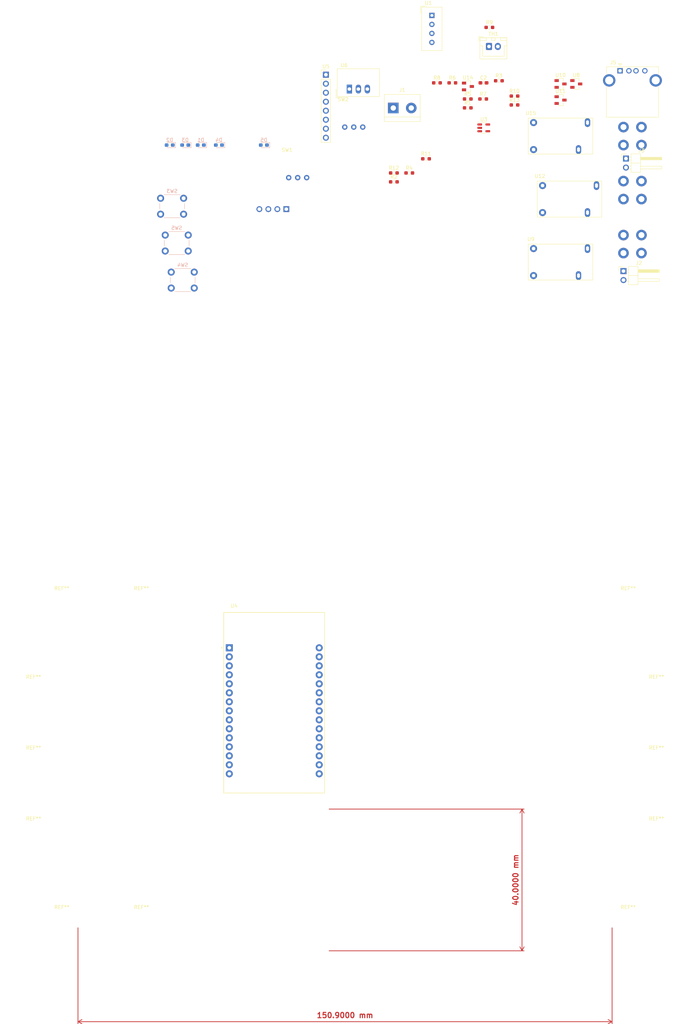
<source format=kicad_pcb>
(kicad_pcb (version 20211014) (generator pcbnew)
  (layers (0 "F.Cu" signal) (31 "B.Cu" signal) (34 "B.Paste" user) (35 "F.Paste" user) (36 "B.SilkS" user "B.Silkscreen") (37 "F.SilkS" user "F.Silkscreen") (38 "B.Mask" user) (39 "F.Mask" user) (44 "Edge.Cuts" user))
  (net 0 "")
  (net 1 "GND")
  (net 2 "+3.3V")
  (net 3 "Net-(D1-Pad2)")
  (net 4 "Net-(D2-Pad2)")
  (net 5 "Net-(D3-Pad2)")
  (net 6 "Net-(D4-Pad2)")
  (net 7 "Net-(D5-Pad2)")
  (net 8 "+12V")
  (net 9 "Net-(J2-Pad1)")
  (net 10 "Net-(J3-Pad2)")
  (net 11 "Net-(J4-Pad1)")
  (net 12 "+5V")
  (net 15 "Net-(J5-Pad4)")
  (net 17 "Net-(J6-Pad1)")
  (net 18 "Net-(J7-Pad1)")
  (net 19 "Net-(J8-Pad1)")
  (net 20 "Net-(J9-Pad1)")
  (net 21 "Net-(J10-Pad1)")
  (net 22 "SCL")
  (net 23 "SDA")
  (net 24 "Net-(R3-Pad1)")
  (net 25 "Net-(R4-Pad2)")
  (net 26 "FAN")
  (net 27 "LIGHT")
  (net 28 "HUMIDIFIER")
  (net 29 "HEAT")
  (net 30 "Net-(SW1-Pad2)")
  (net 31 "Net-(SW1-Pad3)")
  (net 32 "Net-(SW2-Pad2)")
  (net 33 "Net-(SW2-Pad3)")
  (net 34 "BTN1")
  (net 35 "BTN2")
  (net 36 "BTN3")
  (net 37 "DHT")
  (net 67 "Net-(U11-Pad3)")
  (footprint "Package_TO_SOT_SMD:SOT-23-5" (layer "F.Cu") (at 149.2 -77.255)
    (fp_text reference "U3" (at 0 -2.4) (layer "F.SilkS"))
    (fp_text value "MCP3221")
    (fp_line (start 0 1.56) (end 0.8 1.56) (layer "F.SilkS") (width 0.12))
    (fp_line (start 0 -1.56) (end 0.8 -1.56) (layer "F.SilkS") (width 0.12))
    (fp_line (start 0 1.56) (end -0.8 1.56) (layer "F.SilkS") (width 0.12))
    (fp_line (start 0 -1.56) (end -1.8 -1.56) (layer "F.SilkS") (width 0.12))
    (pad "1" smd roundrect (at -1.1375 -0.95) (size 1.325 0.6) (layers "F.Cu" "F.Paste" "F.Mask") (net 2 "+3.3V"))
    (pad "2" smd roundrect (at -1.1375 0) (size 1.325 0.6) (layers "F.Cu" "F.Paste" "F.Mask") (net 1 "GND"))
    (pad "3" smd roundrect (at -1.1375 0.95) (size 1.325 0.6) (layers "F.Cu" "F.Paste" "F.Mask") (net 24 "Net-(R3-Pad1)"))
    (pad "4" smd roundrect (at 1.1375 0.95) (size 1.325 0.6) (layers "F.Cu" "F.Paste" "F.Mask") (net 23 "SDA"))
    (pad "5" smd roundrect (at 1.1375 -0.95) (size 1.325 0.6) (layers "F.Cu" "F.Paste" "F.Mask") (net 22 "SCL"))
  )
  (footprint "Resistor_SMD:R_0603_1608Metric_Pad0.98x0.95mm_HandSolder" (layer "F.Cu") (at 153.47 -90.545)
    (fp_text reference "R3" (at 0 -1.43) (layer "F.SilkS"))
    (fp_text value "10k")
    (fp_line (start -0.254724 0.5225) (end 0.254724 0.5225) (layer "F.SilkS") (width 0.12))
    (fp_line (start -0.254724 -0.5225) (end 0.254724 -0.5225) (layer "F.SilkS") (width 0.12))
    (pad "1" smd roundrect (at -0.9125 0) (size 0.975 0.95) (layers "F.Cu" "F.Paste" "F.Mask") (net 24 "Net-(R3-Pad1)"))
    (pad "2" smd roundrect (at 0.9125 0) (size 0.975 0.95) (layers "F.Cu" "F.Paste" "F.Mask") (net 1 "GND"))
  )
  (footprint "myFootprints:SOT-23" (layer "F.Cu") (at 170.885 -85.095)
    (fp_text reference "U11" (at 0 -2.5) (layer "F.SilkS"))
    (fp_text value "IRLML6344")
    (fp_line (start 0.76 -1.58) (end 0.76 -0.65) (layer "F.SilkS") (width 0.12))
    (fp_line (start 0.76 1.58) (end 0.76 0.65) (layer "F.SilkS") (width 0.12))
    (fp_line (start 0.76 -1.58) (end -1.4 -1.58) (layer "F.SilkS") (width 0.12))
    (fp_line (start 0.76 1.58) (end -0.7 1.58) (layer "F.SilkS") (width 0.12))
    (pad "1" smd rect (at -1.1 -0.95) (size 1.2 0.8) (layers "F.Cu" "F.Paste" "F.Mask") (net 29 "HEAT"))
    (pad "2" smd rect (at -1.1 0.95) (size 1.2 0.8) (layers "F.Cu" "F.Paste" "F.Mask") (net 1 "GND"))
    (pad "3" smd rect (at 1.1 0) (size 1.2 0.8) (layers "F.Cu" "F.Paste" "F.Mask") (net 67 "Net-(U11-Pad3)"))
  )
  (footprint "myFootprints:SOT-23" (layer "F.Cu") (at 144.72 -88.935)
    (fp_text reference "U14" (at 0 -2.5) (layer "F.SilkS"))
    (fp_text value "IRLML6344")
    (fp_line (start 0.76 -1.58) (end 0.76 -0.65) (layer "F.SilkS") (width 0.12))
    (fp_line (start 0.76 -1.58) (end -1.4 -1.58) (layer "F.SilkS") (width 0.12))
    (fp_line (start 0.76 1.58) (end 0.76 0.65) (layer "F.SilkS") (width 0.12))
    (fp_line (start 0.76 1.58) (end -0.7 1.58) (layer "F.SilkS") (width 0.12))
    (pad "1" smd rect (at -1.1 -0.95) (size 1.2 0.8) (layers "F.Cu" "F.Paste" "F.Mask") (net 28 "HUMIDIFIER"))
    (pad "2" smd rect (at -1.1 0.95) (size 1.2 0.8) (layers "F.Cu" "F.Paste" "F.Mask") (net 1 "GND"))
    (pad "3" smd rect (at 1.1 0) (size 1.2 0.8) (layers "F.Cu" "F.Paste" "F.Mask") (net 32 "Net-(SW2-Pad2)"))
  )
  (footprint "MountingHole:MountingHole_4.3mm_M4" (layer "F.Cu") (at 22 123)
    (fp_text reference "REF**" (at 0 -5.3) (layer "F.SilkS"))
    (fp_text value "MountingHole_4.3mm_M4")
    (pad "" np_thru_hole circle (at 0 0) (size 4.3 4.3) (drill 4.3) (layers F&B.Cu *.Mask))
  )
  (footprint "MountingHole:MountingHole_4.3mm_M4" (layer "F.Cu") (at 30 58)
    (fp_text reference "REF**" (at 0 -5.3) (layer "F.SilkS"))
    (fp_text value "MountingHole_4.3mm_M4")
    (pad "" np_thru_hole circle (at 0 0) (size 4.3 4.3) (drill 4.3) (layers F&B.Cu *.Mask))
  )
  (footprint "myFootprints:cosse" (layer "F.Cu") (at 191.205 -57.155)
    (fp_text reference "J8" hide)
    (fp_text value "Conn_01x01")
    (pad "1" thru_hole circle (at -2.54 0) (size 3 3) (drill 1.7) (layers *.Cu *.Mask) (net 19 "Net-(J8-Pad1)"))
    (pad "1" thru_hole circle (at 2.54 0) (size 3 3) (drill 1.7) (layers *.Cu *.Mask) (net 19 "Net-(J8-Pad1)"))
  )
  (footprint "myFootprints:relay OJE 112HMFF000" (layer "F.Cu") (at 170.885 -39.375)
    (fp_text reference "U9" (at -8.38 -6.47 unlocked) (layer "F.SilkS"))
    (fp_text value "Relay_fan")
    (fp_rect (start -9.12 -5.08) (end 9.12 5.08) (layer "F.SilkS") (width 0.12) (fill none))
    (pad "1" thru_hole circle (at -7.62 -3.81) (size 2 2) (drill 1) (layers *.Cu *.Mask) (net 8 "+12V"))
    (pad "2" thru_hole circle (at -7.62 3.81) (size 2 2) (drill 1) (layers *.Cu *.Mask) (net 31 "Net-(SW1-Pad3)"))
    (pad "3" thru_hole oval (at 7.62 -3.81) (size 1.524 2.5) (drill oval 0.8 1.3) (layers *.Cu *.Mask) (net 11 "Net-(J4-Pad1)"))
    (pad "4" thru_hole oval (at 5.08 3.81) (size 1.524 2.5) (drill oval 0.8 1.3) (layers *.Cu *.Mask) (net 17 "Net-(J6-Pad1)"))
  )
  (footprint "myFootprints:cosse" (layer "F.Cu") (at 191.205 -41.915)
    (fp_text reference "J6" hide)
    (fp_text value "Conn_01x01")
    (pad "1" thru_hole circle (at 2.54 0) (size 3 3) (drill 1.7) (layers *.Cu *.Mask) (net 17 "Net-(J6-Pad1)"))
    (pad "1" thru_hole circle (at -2.54 0) (size 3 3) (drill 1.7) (layers *.Cu *.Mask) (net 17 "Net-(J6-Pad1)"))
  )
  (footprint "Resistor_SMD:R_0603_1608Metric_Pad0.98x0.95mm_HandSolder" (layer "F.Cu") (at 144.67 -82.895)
    (fp_text reference "R1" (at 0 -1.43) (layer "F.SilkS"))
    (fp_text value "2.2k")
    (fp_line (start -0.254724 0.5225) (end 0.254724 0.5225) (layer "F.SilkS") (width 0.12))
    (fp_line (start -0.254724 -0.5225) (end 0.254724 -0.5225) (layer "F.SilkS") (width 0.12))
    (pad "1" smd roundrect (at -0.9125 0) (size 0.975 0.95) (layers "F.Cu" "F.Paste" "F.Mask") (net 23 "SDA"))
    (pad "2" smd roundrect (at 0.9125 0) (size 0.975 0.95) (layers "F.Cu" "F.Paste" "F.Mask") (net 2 "+3.3V"))
  )
  (footprint "myFootprints:MODULE_ESP32_DEVKIT_V1" (layer "F.Cu") (at 90 85)
    (fp_text reference "U4" (at -11.355 -27.36) (layer "F.SilkS"))
    (fp_text value "ESP32-DEVKIT-V1")
    (fp_line (start 14.23 25.475) (end -14.28 25.475) (layer "F.SilkS") (width 0.127))
    (fp_line (start -14.28 25.475) (end -8.91 25.475) (layer "F.SilkS") (width 0.127))
    (fp_line (start -14.28 -25.475) (end 14.23 -25.475) (layer "F.SilkS") (width 0.127))
    (fp_line (start 8.78 25.475) (end 14.23 25.475) (layer "F.SilkS") (width 0.127))
    (fp_line (start 3.5 -25.475) (end 14.23 -25.475) (layer "F.SilkS") (width 0.127))
    (fp_line (start -14.28 25.475) (end -14.28 -25.475) (layer "F.SilkS") (width 0.127))
    (fp_line (start -14.28 -25.475) (end -3.211 -25.475) (layer "F.SilkS") (width 0.127))
    (fp_line (start -8.91 25.475) (end 8.78 25.475) (layer "F.SilkS") (width 0.127))
    (fp_line (start -3.211 -25.475) (end 3.5 -25.475) (layer "F.SilkS") (width 0.127))
    (fp_line (start 14.23 -25.475) (end 14.23 25.475) (layer "F.SilkS") (width 0.127))
    (fp_line (start -14.28 25.475) (end -14.28 -25.475) (layer "F.SilkS") (width 0.127))
    (fp_line (start 14.23 -25.475) (end 14.23 25.475) (layer "F.SilkS") (width 0.127))
    (fp_circle (center -14.85 -15.515) (end -14.75 -15.515) (layer "F.SilkS") (width 0.2) (fill none))
    (pad "" np_thru_hole circle (at 12.23 23.475) (size 3 3) (drill 3) (layers *.Cu *.Mask))
    (pad "" np_thru_hole circle (at -12.28 -23.475) (size 3 3) (drill 3) (layers *.Cu *.Mask))
    (pad "" np_thru_hole circle (at -12.28 23.475) (size 3 3) (drill 3) (layers *.Cu *.Mask))
    (pad "" np_thru_hole circle (at 12.23 -23.475) (size 3 3) (drill 3) (layers *.Cu *.Mask))
    (pad "1" thru_hole rect (at -12.7 -15.515) (size 2 2) (drill 1.02) (layers *.Cu *.Mask) (net 2 "+3.3V"))
    (pad "2" thru_hole circle (at -12.7 -12.975) (size 2 2) (drill 1.02) (layers *.Cu *.Mask) (net 1 "GND"))
    (pad "3" thru_hole circle (at -12.7 -10.435) (size 2 2) (drill 1.02) (layers *.Cu *.Mask))
    (pad "4" thru_hole circle (at -12.7 -7.895) (size 2 2) (drill 1.02) (layers *.Cu *.Mask))
    (pad "5" thru_hole circle (at -12.7 -5.355) (size 2 2) (drill 1.02) (layers *.Cu *.Mask))
    (pad "6" thru_hole circle (at -12.7 -2.815) (size 2 2) (drill 1.02) (layers *.Cu *.Mask))
    (pad "7" thru_hole circle (at -12.7 -0.275) (size 2 2) (drill 1.02) (layers *.Cu *.Mask))
    (pad "8" thru_hole circle (at -12.7 2.265) (size 2 2) (drill 1.02) (layers *.Cu *.Mask))
    (pad "9" thru_hole circle (at -12.7 4.805) (size 2 2) (drill 1.02) (layers *.Cu *.Mask))
    (pad "10" thru_hole circle (at -12.7 7.345) (size 2 2) (drill 1.02) (layers *.Cu *.Mask))
    (pad "11" thru_hole circle (at -12.7 9.885) (size 2 2) (drill 1.02) (layers *.Cu *.Mask))
    (pad "12" thru_hole circle (at -12.7 12.425) (size 2 2) (drill 1.02) (layers *.Cu *.Mask))
    (pad "13" thru_hole circle (at -12.7 14.965) (size 2 2) (drill 1.02) (layers *.Cu *.Mask))
    (pad "14" thru_hole circle (at -12.7 17.505) (size 2 2) (drill 1.02) (layers *.Cu *.Mask))
    (pad "15" thru_hole circle (at -12.7 20.045) (size 2 2) (drill 1.02) (layers *.Cu *.Mask))
    (pad "16" thru_hole circle (at 12.7 20.045) (size 2 2) (drill 1.02) (layers *.Cu *.Mask))
    (pad "17" thru_hole circle (at 12.7 17.505) (size 2 2) (drill 1.02) (layers *.Cu *.Mask))
    (pad "18" thru_hole circle (at 12.7 14.965) (size 2 2) (drill 1.02) (layers *.Cu *.Mask))
    (pad "19" thru_hole circle (at 12.7 12.425) (size 2 2) (drill 1.02) (layers *.Cu *.Mask))
    (pad "20" thru_hole circle (at 12.7 9.885) (size 2 2) (drill 1.02) (layers *.Cu *.Mask))
    (pad "21" thru_hole circle (at 12.7 7.345) (size 2 2) (drill 1.02) (layers *.Cu *.Mask))
    (pad "22" thru_hole circle (at 12.7 4.805) (size 2 2) (drill 1.02) (layers *.Cu *.Mask))
    (pad "23" thru_hole circle (at 12.7 2.265) (size 2 2) (drill 1.02) (layers *.Cu *.Mask))
    (pad "24" thru_hole circle (at 12.7 -0.275) (size 2 2) (drill 1.02) (layers *.Cu *.Mask))
    (pad "25" thru_hole circle (at 12.7 -2.815) (size 2 2) (drill 1.02) (layers *.Cu *.Mask))
    (pad "26" thru_hole circle (at 12.7 -5.355) (size 2 2) (drill 1.02) (layers *.Cu *.Mask))
    (pad "27" thru_hole circle (at 12.7 -7.895) (size 2 2) (drill 1.02) (layers *.Cu *.Mask))
    (pad "28" thru_hole circle (at 12.7 -10.435) (size 2 2) (drill 1.02) (layers *.Cu *.Mask))
    (pad "29" thru_hole circle (at 12.7 -12.975) (size 2 2) (drill 1.02) (layers *.Cu *.Mask) (net 1 "GND"))
    (pad "30" thru_hole circle (at 12.7 -15.515) (size 2 2) (drill 1.02) (layers *.Cu *.Mask) (net 12 "+5V"))
  )
  (footprint "MountingHole:MountingHole_4.3mm_M4" (layer "F.Cu") (at 190 148)
    (fp_text reference "REF**" (at 0 -5.3) (layer "F.SilkS"))
    (fp_text value "MountingHole_4.3mm_M4")
    (pad "" np_thru_hole circle (at 0 0) (size 4.3 4.3) (drill 4.3) (layers F&B.Cu *.Mask))
  )
  (footprint "MountingHole:MountingHole_4.3mm_M4" (layer "F.Cu") (at 52.5 148)
    (fp_text reference "REF**" (at 0 -5.3) (layer "F.SilkS"))
    (fp_text value "MountingHole_4.3mm_M4")
    (pad "" np_thru_hole circle (at 0 0) (size 4.3 4.3) (drill 4.3) (layers F&B.Cu *.Mask))
  )
  (footprint "myFootprints:cosse" (layer "F.Cu") (at 191.205 -46.995)
    (fp_text reference "J4" hide)
    (fp_text value "Conn_01x01")
    (pad "1" thru_hole circle (at 2.54 0) (size 3 3) (drill 1.7) (layers *.Cu *.Mask) (net 11 "Net-(J4-Pad1)"))
    (pad "1" thru_hole circle (at -2.54 0) (size 3 3) (drill 1.7) (layers *.Cu *.Mask) (net 11 "Net-(J4-Pad1)"))
  )
  (footprint "Resistor_SMD:R_0603_1608Metric_Pad0.98x0.95mm_HandSolder" (layer "F.Cu") (at 157.88 -83.715)
    (fp_text reference "R13" (at 0 -1.43) (layer "F.SilkS"))
    (fp_text value "1k")
    (fp_line (start -0.254724 0.5225) (end 0.254724 0.5225) (layer "F.SilkS") (width 0.12))
    (fp_line (start -0.254724 -0.5225) (end 0.254724 -0.5225) (layer "F.SilkS") (width 0.12))
    (pad "1" smd roundrect (at -0.9125 0) (size 0.975 0.95) (layers "F.Cu" "F.Paste" "F.Mask") (net 7 "Net-(D5-Pad2)"))
    (pad "2" smd roundrect (at 0.9125 0) (size 0.975 0.95) (layers "F.Cu" "F.Paste" "F.Mask") (net 8 "+12V"))
  )
  (footprint "myFootprints:switch SPDT" (layer "F.Cu") (at 96.625 -63.205)
    (fp_text reference "SW1" (at -3 -7.8 unlocked) (layer "F.SilkS"))
    (fp_text value "SW_SPDT")
    (pad "1" thru_hole circle (at -2.54 0) (size 1.524 1.524) (drill 0.762) (layers *.Cu *.Mask) (net 9 "Net-(J2-Pad1)"))
    (pad "2" thru_hole circle (at 0 0) (size 1.524 1.524) (drill 0.762) (layers *.Cu *.Mask) (net 30 "Net-(SW1-Pad2)"))
    (pad "3" thru_hole circle (at 2.54 0) (size 1.524 1.524) (drill 0.762) (layers *.Cu *.Mask) (net 31 "Net-(SW1-Pad3)"))
  )
  (footprint "MountingHole:MountingHole_4.3mm_M4" (layer "F.Cu") (at 22 83)
    (fp_text reference "REF**" (at 0 -5.3) (layer "F.SilkS"))
    (fp_text value "MountingHole_4.3mm_M4")
    (pad "" np_thru_hole circle (at 0 0) (size 4.3 4.3) (drill 4.3) (layers F&B.Cu *.Mask))
  )
  (footprint "myFootprints:cosse" (layer "F.Cu") (at 191.205 -62.235)
    (fp_text reference "J7" hide)
    (fp_text value "Conn_01x01")
    (pad "1" thru_hole circle (at 2.54 0) (size 3 3) (drill 1.7) (layers *.Cu *.Mask) (net 18 "Net-(J7-Pad1)"))
    (pad "1" thru_hole circle (at -2.54 0) (size 3 3) (drill 1.7) (layers *.Cu *.Mask) (net 18 "Net-(J7-Pad1)"))
  )
  (footprint "Resistor_SMD:R_0603_1608Metric_Pad0.98x0.95mm_HandSolder" (layer "F.Cu") (at 128.15 -64.525)
    (fp_text reference "R4" (at 0 -1.43) (layer "F.SilkS"))
    (fp_text value "4.7k")
    (fp_line (start -0.254724 -0.5225) (end 0.254724 -0.5225) (layer "F.SilkS") (width 0.12))
    (fp_line (start -0.254724 0.5225) (end 0.254724 0.5225) (layer "F.SilkS") (width 0.12))
    (pad "1" smd roundrect (at -0.9125 0) (size 0.975 0.95) (layers "F.Cu" "F.Paste" "F.Mask") (net 2 "+3.3V"))
    (pad "2" smd roundrect (at 0.9125 0) (size 0.975 0.95) (layers "F.Cu" "F.Paste" "F.Mask") (net 25 "Net-(R4-Pad2)"))
  )
  (footprint "MountingHole:MountingHole_4.3mm_M4" (layer "F.Cu") (at 198 103)
    (fp_text reference "REF**" (at 0 -5.3) (layer "F.SilkS"))
    (fp_text value "MountingHole_4.3mm_M4")
    (pad "" np_thru_hole circle (at 0 0) (size 4.3 4.3) (drill 4.3) (layers F&B.Cu *.Mask))
  )
  (footprint "myFootprints:switch SPDT" (layer "F.Cu") (at 112.465 -77.475)
    (fp_text reference "SW2" (at -3 -7.8 unlocked) (layer "F.SilkS"))
    (fp_text value "SW_SPDT")
    (pad "1" thru_hole circle (at -2.54 0) (size 1.524 1.524) (drill 0.762) (layers *.Cu *.Mask) (net 15 "Net-(J5-Pad4)"))
    (pad "2" thru_hole circle (at 0 0) (size 1.524 1.524) (drill 0.762) (layers *.Cu *.Mask) (net 32 "Net-(SW2-Pad2)"))
    (pad "3" thru_hole circle (at 2.54 0) (size 1.524 1.524) (drill 0.762) (layers *.Cu *.Mask) (net 33 "Net-(SW2-Pad3)"))
  )
  (footprint "Sensor:Aosong_DHT11_5.5x12.0_P2.54mm" (layer "F.Cu") (at 134.535 -108.99)
    (fp_text reference "U1" (at -1 -3.5) (layer "F.SilkS"))
    (fp_text value "DHT11")
    (fp_line (start 2.88 9.94) (end -2.88 9.94) (layer "F.SilkS") (width 0.12))
    (fp_line (start -2.87 -2.32) (end 2.87 -2.32) (layer "F.SilkS") (width 0.12))
    (fp_line (start 2.88 -2.32) (end 2.88 9.94) (layer "F.SilkS") (width 0.12))
    (fp_line (start -3.16 -2.6) (end -3.16 -0.6) (layer "F.SilkS") (width 0.12))
    (fp_line (start -3.16 -2.6) (end -1.55 -2.6) (layer "F.SilkS") (width 0.12))
    (fp_line (start -2.88 9.94) (end -2.88 -2.31) (layer "F.SilkS") (width 0.12))
    (pad "1" thru_hole rect (at 0 0) (size 1.5 1.5) (drill 0.8) (layers *.Cu *.Mask) (net 2 "+3.3V"))
    (pad "2" thru_hole circle (at 0 2.54) (size 1.5 1.5) (drill 0.8) (layers *.Cu *.Mask) (net 37 "DHT"))
    (pad "3" thru_hole circle (at 0 5.08) (size 1.5 1.5) (drill 0.8) (layers *.Cu *.Mask))
    (pad "4" thru_hole circle (at 0 7.62) (size 1.5 1.5) (drill 0.8) (layers *.Cu *.Mask) (net 1 "GND"))
  )
  (footprint "Resistor_SMD:R_0603_1608Metric_Pad0.98x0.95mm_HandSolder" (layer "F.Cu") (at 149.02 -85.405)
    (fp_text reference "R7" (at 0 -1.43) (layer "F.SilkS"))
    (fp_text value "10k")
    (fp_line (start -0.254724 -0.5225) (end 0.254724 -0.5225) (layer "F.SilkS") (width 0.12))
    (fp_line (start -0.254724 0.5225) (end 0.254724 0.5225) (layer "F.SilkS") (width 0.12))
    (pad "1" smd roundrect (at -0.9125 0) (size 0.975 0.95) (layers "F.Cu" "F.Paste" "F.Mask") (net 28 "HUMIDIFIER"))
    (pad "2" smd roundrect (at 0.9125 0) (size 0.975 0.95) (layers "F.Cu" "F.Paste" "F.Mask") (net 1 "GND"))
  )
  (footprint "Connector_PinHeader_2.54mm:PinHeader_1x08_P2.54mm_Vertical" (layer "F.Cu") (at 104.59 -92.255)
    (fp_text reference "U5" (at 0 -2.33) (layer "F.SilkS"))
    (fp_text value "CCS811")
    (fp_line (start -1.33 0) (end -1.33 -1.33) (layer "F.SilkS") (width 0.12))
    (fp_line (start 1.33 1.27) (end 1.33 19.11) (layer "F.SilkS") (width 0.12))
    (fp_line (start -1.33 1.27) (end 1.33 1.27) (layer "F.SilkS") (width 0.12))
    (fp_line (start -1.33 1.27) (end -1.33 19.11) (layer "F.SilkS") (width 0.12))
    (fp_line (start -1.33 19.11) (end 1.33 19.11) (layer "F.SilkS") (width 0.12))
    (fp_line (start -1.33 -1.33) (end 0 -1.33) (layer "F.SilkS") (width 0.12))
    (pad "1" thru_hole rect (at 0 0) (size 1.7 1.7) (drill 1) (layers *.Cu *.Mask) (net 2 "+3.3V"))
    (pad "2" thru_hole oval (at 0 2.54) (size 1.7 1.7) (drill 1) (layers *.Cu *.Mask) (net 1 "GND"))
    (pad "3" thru_hole oval (at 0 5.08) (size 1.7 1.7) (drill 1) (layers *.Cu *.Mask) (net 22 "SCL"))
    (pad "4" thru_hole oval (at 0 7.62) (size 1.7 1.7) (drill 1) (layers *.Cu *.Mask) (net 23 "SDA"))
    (pad "5" thru_hole oval (at 0 10.16) (size 1.7 1.7) (drill 1) (layers *.Cu *.Mask))
    (pad "6" thru_hole oval (at 0 12.7) (size 1.7 1.7) (drill 1) (layers *.Cu *.Mask))
    (pad "7" thru_hole oval (at 0 15.24) (size 1.7 1.7) (drill 1) (layers *.Cu *.Mask) (net 25 "Net-(R4-Pad2)"))
    (pad "8" thru_hole oval (at 0 17.78) (size 1.7 1.7) (drill 1) (layers *.Cu *.Mask) (net 1 "GND"))
  )
  (footprint "Connector_USB:USB_A_CONNFLY_DS1095-WNR0" (layer "F.Cu") (at 187.705 -93.3625)
    (fp_text reference "J5" (at -1.95 -2.35) (layer "F.SilkS"))
    (fp_text value "USB_A")
    (fp_line (start 10.86 0.86) (end 10.86 -1.12) (layer "F.SilkS") (width 0.12))
    (fp_line (start -0.5 -2) (end 0 -1.5) (layer "F.SilkS") (width 0.12))
    (fp_line (start -3.86 13.1) (end 10.86 13.1) (layer "F.SilkS") (width 0.12))
    (fp_line (start 0 -1.5) (end 0.5 -2) (layer "F.SilkS") (width 0.12))
    (fp_line (start 10.86 4.56) (end 10.86 13.1) (layer "F.SilkS") (width 0.12))
    (fp_line (start -3.86 4.56) (end -3.86 13.1) (layer "F.SilkS") (width 0.12))
    (fp_line (start -3.86 -1.12) (end 10.86 -1.12) (layer "F.SilkS") (width 0.12))
    (fp_line (start -3.86 -1.12) (end -3.86 0.86) (layer "F.SilkS") (width 0.12))
    (fp_line (start 0.5 -2) (end -0.5 -2) (layer "F.SilkS") (width 0.12))
    (pad "1" thru_hole rect (at 0 0) (size 1.524 1.524) (drill 0.92) (layers *.Cu *.Mask) (net 12 "+5V"))
    (pad "2" thru_hole circle (at 2.5 0) (size 1.524 1.524) (drill 0.92) (layers *.Cu *.Mask))
    (pad "3" thru_hole circle (at 4.5 0) (size 1.524 1.524) (drill 0.92) (layers *.Cu *.Mask))
    (pad "4" thru_hole circle (at 7 0) (size 1.524 1.524) (drill 0.92) (layers *.Cu *.Mask) (net 15 "Net-(J5-Pad4)"))
    (pad "5" thru_hole circle (at 10.07 2.71) (size 3.5 3.5) (drill 2.3) (layers *.Cu *.Mask))
    (pad "5" thru_hole circle (at -3.07 2.71) (size 3.5 3.5) (drill 2.3) (layers *.Cu *.Mask))
  )
  (footprint "Resistor_SMD:R_0603_1608Metric_Pad0.98x0.95mm_HandSolder" (layer "F.Cu") (at 123.8 -64.525)
    (fp_text reference "R12" (at 0 -1.43) (layer "F.SilkS"))
    (fp_text value "390")
    (fp_line (start -0.254724 -0.5225) (end 0.254724 -0.5225) (layer "F.SilkS") (width 0.12))
    (fp_line (start -0.254724 0.5225) (end 0.254724 0.5225) (layer "F.SilkS") (width 0.12))
    (pad "1" smd roundrect (at -0.9125 0) (size 0.975 0.95) (layers "F.Cu" "F.Paste" "F.Mask") (net 6 "Net-(D4-Pad2)"))
    (pad "2" smd roundrect (at 0.9125 0) (size 0.975 0.95) (layers "F.Cu" "F.Paste" "F.Mask") (net 27 "LIGHT"))
  )
  (footprint "Resistor_SMD:R_0603_1608Metric_Pad0.98x0.95mm_HandSolder" (layer "F.Cu") (at 135.97 -89.955)
    (fp_text reference "R8" (at 0 -1.43) (layer "F.SilkS"))
    (fp_text value "10k")
    (fp_line (start -0.254724 -0.5225) (end 0.254724 -0.5225) (layer "F.SilkS") (width 0.12))
    (fp_line (start -0.254724 0.5225) (end 0.254724 0.5225) (layer "F.SilkS") (width 0.12))
    (pad "1" smd roundrect (at -0.9125 0) (size 0.975 0.95) (layers "F.Cu" "F.Paste" "F.Mask") (net 29 "HEAT"))
    (pad "2" smd roundrect (at 0.9125 0) (size 0.975 0.95) (layers "F.Cu" "F.Paste" "F.Mask") (net 1 "GND"))
  )
  (footprint "Connector_PinHeader_2.54mm:PinHeader_1x02_P2.54mm_Horizontal" (layer "F.Cu") (at 189.37 -68.59)
    (fp_text reference "J3" (at 4.385 -2.27) (layer "F.SilkS"))
    (fp_text value "header_light")
    (fp_line (start 4.1 0.04) (end 10.1 0.04) (layer "F.SilkS") (width 0.12))
    (fp_line (start 1.44 1.27) (end 4.1 1.27) (layer "F.SilkS") (width 0.12))
    (fp_line (start 4.1 -1.33) (end 1.44 -1.33) (layer "F.SilkS") (width 0.12))
    (fp_line (start 10.1 0.38) (end 4.1 0.38) (layer "F.SilkS") (width 0.12))
    (fp_line (start 1.042929 2.92) (end 1.44 2.92) (layer "F.SilkS") (width 0.12))
    (fp_line (start 4.1 -0.2) (end 10.1 -0.2) (layer "F.SilkS") (width 0.12))
    (fp_line (start 4.1 0.28) (end 10.1 0.28) (layer "F.SilkS") (width 0.12))
    (fp_line (start 4.1 3.87) (end 4.1 -1.33) (layer "F.SilkS") (width 0.12))
    (fp_line (start 10.1 2.16) (end 10.1 2.92) (layer "F.SilkS") (width 0.12))
    (fp_line (start -1.27 -1.27) (end 0 -1.27) (layer "F.SilkS") (width 0.12))
    (fp_line (start 10.1 2.92) (end 4.1 2.92) (layer "F.SilkS") (width 0.12))
    (fp_line (start 4.1 -0.08) (end 10.1 -0.08) (layer "F.SilkS") (width 0.12))
    (fp_line (start 1.11 -0.38) (end 1.44 -0.38) (layer "F.SilkS") (width 0.12))
    (fp_line (start 1.11 0.38) (end 1.44 0.38) (layer "F.SilkS") (width 0.12))
    (fp_line (start -1.27 0) (end -1.27 -1.27) (layer "F.SilkS") (width 0.12))
    (fp_line (start 4.1 0.16) (end 10.1 0.16) (layer "F.SilkS") (width 0.12))
    (fp_line (start 10.1 -0.38) (end 10.1 0.38) (layer "F.SilkS") (width 0.12))
    (fp_line (start 1.44 -1.33) (end 1.44 3.87) (layer "F.SilkS") (width 0.12))
    (fp_line (start 1.44 3.87) (end 4.1 3.87) (layer "F.SilkS") (width 0.12))
    (fp_line (start 4.1 2.16) (end 10.1 2.16) (layer "F.SilkS") (width 0.12))
    (fp_line (start 4.1 -0.38) (end 10.1 -0.38) (layer "F.SilkS") (width 0.12))
    (fp_line (start 1.042929 2.16) (end 1.44 2.16) (layer "F.SilkS") (width 0.12))
    (fp_line (start 4.1 -0.32) (end 10.1 -0.32) (layer "F.SilkS") (width 0.12))
    (pad "1" thru_hole rect (at 0 0) (size 1.7 1.7) (drill 1) (layers *.Cu *.Mask) (net 8 "+12V"))
    (pad "2" thru_hole oval (at 0 2.54) (size 1.7 1.7) (drill 1) (layers *.Cu *.Mask) (net 10 "Net-(J3-Pad2)"))
  )
  (footprint "myFootprints:cosse" (layer "F.Cu") (at 191.205 -77.475)
    (fp_text reference "J9" hide)
    (fp_text value "Conn_01x01")
    (pad "1" thru_hole circle (at -2.54 0) (size 3 3) (drill 1.7) (layers *.Cu *.Mask) (net 20 "Net-(J9-Pad1)"))
    (pad "1" thru_hole circle (at 2.54 0) (size 3 3) (drill 1.7) (layers *.Cu *.Mask) (net 20 "Net-(J9-Pad1)"))
  )
  (footprint "myFootprints:cosse" (layer "F.Cu") (at 191.205 -72.395)
    (fp_text reference "J10" hide)
    (fp_text value "Conn_01x01")
    (pad "1" thru_hole circle (at -2.54 0) (size 3 3) (drill 1.7) (layers *.Cu *.Mask) (net 21 "Net-(J10-Pad1)"))
    (pad "1" thru_hole circle (at 2.54 0) (size 3 3) (drill 1.7) (layers *.Cu *.Mask) (net 21 "Net-(J10-Pad1)"))
  )
  (footprint "Resistor_SMD:R_0603_1608Metric_Pad0.98x0.95mm_HandSolder" (layer "F.Cu") (at 123.8 -62.015)
    (fp_text reference "R2" (at 0 -1.43) (layer "F.SilkS"))
    (fp_text value "2.2k")
    (fp_line (start -0.254724 -0.5225) (end 0.254724 -0.5225) (layer "F.SilkS") (width 0.12))
    (fp_line (start -0.254724 0.5225) (end 0.254724 0.5225) (layer "F.SilkS") (width 0.12))
    (pad "1" smd roundrect (at -0.9125 0) (size 0.975 0.95) (layers "F.Cu" "F.Paste" "F.Mask") (net 22 "SCL"))
    (pad "2" smd roundrect (at 0.9125 0) (size 0.975 0.95) (layers "F.Cu" "F.Paste" "F.Mask") (net 2 "+3.3V"))
  )
  (footprint "myFootprints:SOT-23" (layer "F.Cu") (at 175.335 -89.645)
    (fp_text reference "U8" (at 0 -2.5) (layer "F.SilkS"))
    (fp_text value "IRLML6344")
    (fp_line (start 0.76 1.58) (end -0.7 1.58) (layer "F.SilkS") (width 0.12))
    (fp_line (start 0.76 -1.58) (end 0.76 -0.65) (layer "F.SilkS") (width 0.12))
    (fp_line (start 0.76 1.58) (end 0.76 0.65) (layer "F.SilkS") (width 0.12))
    (fp_line (start 0.76 -1.58) (end -1.4 -1.58) (layer "F.SilkS") (width 0.12))
    (pad "1" smd rect (at -1.1 -0.95) (size 1.2 0.8) (layers "F.Cu" "F.Paste" "F.Mask") (net 26 "FAN"))
    (pad "2" smd rect (at -1.1 0.95) (size 1.2 0.8) (layers "F.Cu" "F.Paste" "F.Mask") (net 1 "GND"))
    (pad "3" smd rect (at 1.1 0) (size 1.2 0.8) (layers "F.Cu" "F.Paste" "F.Mask") (net 30 "Net-(SW1-Pad2)"))
  )
  (footprint "Converter_DCDC:Converter_DCDC_TRACO_TSR-1_THT" (layer "F.Cu") (at 111.225 -88.205)
    (fp_text reference "U6" (at -1.5 -6.71) (layer "F.SilkS"))
    (fp_text value "TSR_1-2450")
    (fp_line (start -3.75 0) (end -3.75 2.45) (layer "F.SilkS") (width 0.12))
    (fp_line (start -3.42 -5.73) (end 8.52 -5.73) (layer "F.SilkS") (width 0.12))
    (fp_line (start -3.42 2.12) (end -3.42 -5.73) (layer "F.SilkS") (width 0.12))
    (fp_line (start 8.52 -5.73) (end 8.52 2.12) (layer "F.SilkS") (width 0.12))
    (fp_line (start -3.75 2.45) (end -1.42 2.45) (layer "F.SilkS") (width 0.12))
    (fp_line (start 8.52 2.12) (end -3.42 2.12) (layer "F.SilkS") (width 0.12))
    (pad "1" thru_hole rect (at 0 0) (size 1.5 2.5) (drill 1) (layers *.Cu *.Mask) (net 8 "+12V"))
    (pad "2" thru_hole oval (at 2.54 0) (size 1.5 2.5) (drill 1) (layers *.Cu *.Mask) (net 1 "GND"))
    (pad "3" thru_hole oval (at 5.08 0) (size 1.5 2.5) (drill 1) (layers *.Cu *.Mask) (net 12 "+5V"))
  )
  (footprint "Connector_JST:JST_XH_B2B-XH-A_1x02_P2.50mm_Vertical" (layer "F.Cu") (at 150.67 -100.225)
    (fp_text reference "TH1" (at 1.25 -3.55) (layer "F.SilkS"))
    (fp_text value "Thermistor")
    (fp_line (start -1.6 -2.75) (end -2.85 -2.75) (layer "F.SilkS") (width 0.12))
    (fp_line (start 5.06 -2.46) (end -2.56 -2.46) (layer "F.SilkS") (width 0.12))
    (fp_line (start 5.06 3.51) (end 5.06 -2.46) (layer "F.SilkS") (width 0.12))
    (fp_line (start 3.25 -1.7) (end 5.05 -1.7) (layer "F.SilkS") (width 0.12))
    (fp_line (start -2.56 3.51) (end 5.06 3.51) (layer "F.SilkS") (width 0.12))
    (fp_line (start -2.55 -0.2) (end -1.8 -0.2) (layer "F.SilkS") (width 0.12))
    (fp_line (start -0.75 -1.7) (end -0.75 -2.45) (layer "F.SilkS") (width 0.12))
    (fp_line (start -1.8 2.75) (end 1.25 2.75) (layer "F.SilkS") (width 0.12))
    (fp_line (start 5.05 -0.2) (end 4.3 -0.2) (layer "F.SilkS") (width 0.12))
    (fp_line (start -2.55 -2.45) (end -2.55 -1.7) (layer "F.SilkS") (width 0.12))
    (fp_line (start 1.75 -2.45) (end 0.75 -2.45) (layer "F.SilkS") (width 0.12))
    (fp_line (start -2.56 -2.46) (end -2.56 3.51) (layer "F.SilkS") (width 0.12))
    (fp_line (start 4.3 -0.2) (end 4.3 2.75) (layer "F.SilkS") (width 0.12))
    (fp_line (start 0.75 -2.45) (end 0.75 -1.7) (layer "F.SilkS") (width 0.12))
    (fp_line (start -2.85 -2.75) (end -2.85 -1.5) (layer "F.SilkS") (width 0.12))
    (fp_line (start -1.8 -0.2) (end -1.8 2.75) (layer "F.SilkS") (width 0.12))
    (fp_line (start -2.55 -1.7) (end -0.75 -1.7) (layer "F.SilkS") (width 0.12))
    (fp_line (start 3.25 -2.45) (end 3.25 -1.7) (layer "F.SilkS") (width 0.12))
    (fp_line (start 1.75 -1.7) (end 1.75 -2.45) (layer "F.SilkS") (width 0.12))
    (fp_line (start 0.75 -1.7) (end 1.75 -1.7) (layer "F.SilkS") (width 0.12))
    (fp_line (start -0.75 -2.45) (end -2.55 -2.45) (layer "F.SilkS") (width 0.12))
    (fp_line (start 5.05 -1.7) (end 5.05 -2.45) (layer "F.SilkS") (width 0.12))
    (fp_line (start 4.3 2.75) (end 1.25 2.75) (layer "F.SilkS") (width 0.12))
    (fp_line (start 5.05 -2.45) (end 3.25 -2.45) (layer "F.SilkS") (width 0.12))
    (pad "1" thru_hole roundrect (at 0 0) (size 1.7 2) (drill 1) (layers *.Cu *.Mask) (roundrect_rratio 0.147059) (net 2 "+3.3V"))
    (pad "2" thru_hole oval (at 2.5 0) (size 1.7 2) (drill 1) (layers *.Cu *.Mask) (net 24 "Net-(R3-Pad1)"))
  )
  (footprint "TerminalBlock:TerminalBlock_bornier-2_P5.08mm" (layer "F.Cu") (at 123.63 -82.855)
    (fp_text reference "J1" (at 2.54 -5.08) (layer "F.SilkS"))
    (fp_text value "Screw_Terminal_01x02")
    (fp_line (start -2.54 -3.81) (end -2.54 3.81) (layer "F.SilkS") (width 0.12))
    (fp_line (start 7.62 2.54) (end -2.54 2.54) (layer "F.SilkS") (width 0.12))
    (fp_line (start 7.62 -3.81) (end -2.54 -3.81) (layer "F.SilkS") (width 0.12))
    (fp_line (start -2.54 3.81) (end 7.62 3.81) (layer "F.SilkS") (width 0.12))
    (fp_line (start 7.62 3.81) (end 7.62 -3.81) (layer "F.SilkS") (width 0.12))
    (pad "1" thru_hole rect (at 0 0) (size 3 3) (drill 1.52) (layers *.Cu *.Mask) (net 8 "+12V"))
    (pad "2" thru_hole circle (at 5.08 0) (size 3 3) (drill 1.52) (layers *.Cu *.Mask) (net 1 "GND"))
  )
  (footprint "Resistor_SMD:R_0603_1608Metric_Pad0.98x0.95mm_HandSolder" (layer "F.Cu") (at 150.78 -105.605)
    (fp_text reference "R9" (at 0 -1.43) (layer "F.SilkS"))
    (fp_text value "390")
    (fp_line (start -0.254724 0.5225) (end 0.254724 0.5225) (layer "F.SilkS") (width 0.12))
    (fp_line (start -0.254724 -0.5225) (end 0.254724 -0.5225) (layer "F.SilkS") (width 0.12))
    (pad "1" smd roundrect (at -0.9125 0) (size 0.975 0.95) (layers "F.Cu" "F.Paste" "F.Mask") (net 3 "Net-(D1-Pad2)"))
    (pad "2" smd roundrect (at 0.9125 0) (size 0.975 0.95) (layers "F.Cu" "F.Paste" "F.Mask") (net 26 "FAN"))
  )
  (footprint "Resistor_SMD:R_0603_1608Metric_Pad0.98x0.95mm_HandSolder" (layer "F.Cu") (at 132.88 -68.525)
    (fp_text reference "R11" (at 0 -1.43) (layer "F.SilkS"))
    (fp_text value "390")
    (fp_line (start -0.254724 -0.5225) (end 0.254724 -0.5225) (layer "F.SilkS") (width 0.12))
    (fp_line (start -0.254724 0.5225) (end 0.254724 0.5225) (layer "F.SilkS") (width 0.12))
    (pad "1" smd roundrect (at -0.9125 0) (size 0.975 0.95) (layers "F.Cu" "F.Paste" "F.Mask") (net 5 "Net-(D3-Pad2)"))
    (pad "2" smd roundrect (at 0.9125 0) (size 0.975 0.95) (layers "F.Cu" "F.Paste" "F.Mask") (net 29 "HEAT"))
  )
  (footprint "myFootprints:relay OJE 112HMFF000" (layer "F.Cu") (at 170.885 -74.935)
    (fp_text reference "U15" (at -8.38 -6.47 unlocked) (layer "F.SilkS"))
    (fp_text value "Relay_humidifier")
    (fp_rect (start -9.12 -5.08) (end 9.12 5.08) (layer "F.SilkS") (width 0.12) (fill none))
    (pad "1" thru_hole circle (at -7.62 -3.81) (size 2 2) (drill 1) (layers *.Cu *.Mask) (net 8 "+12V"))
    (pad "2" thru_hole circle (at -7.62 3.81) (size 2 2) (drill 1) (layers *.Cu *.Mask) (net 33 "Net-(SW2-Pad3)"))
    (pad "3" thru_hole oval (at 7.62 -3.81) (size 1.524 2.5) (drill oval 0.8 1.3) (layers *.Cu *.Mask) (net 20 "Net-(J9-Pad1)"))
    (pad "4" thru_hole oval (at 5.08 3.81) (size 1.524 2.5) (drill oval 0.8 1.3) (layers *.Cu *.Mask) (net 21 "Net-(J10-Pad1)"))
  )
  (footprint "MountingHole:MountingHole_4.3mm_M4" (layer "F.Cu") (at 52.5 58)
    (fp_text reference "REF**" (at 0 -5.3) (layer "F.SilkS"))
    (fp_text value "MountingHole_4.3mm_M4")
    (pad "" np_thru_hole circle (at 0 0) (size 4.3 4.3) (drill 4.3) (layers F&B.Cu *.Mask))
  )
  (footprint "MountingHole:MountingHole_4.3mm_M4" (layer "F.Cu") (at 22 103)
    (fp_text reference "REF**" (at 0 -5.3) (layer "F.SilkS"))
    (fp_text value "MountingHole_4.3mm_M4")
    (pad "" np_thru_hole circle (at 0 0) (size 4.3 4.3) (drill 4.3) (layers F&B.Cu *.Mask))
  )
  (footprint "MountingHole:MountingHole_4.3mm_M4" (layer "F.Cu") (at 190 58)
    (fp_text reference "REF**" (at 0 -5.3) (layer "F.SilkS"))
    (fp_text value "MountingHole_4.3mm_M4")
    (pad "" np_thru_hole circle (at 0 0) (size 4.3 4.3) (drill 4.3) (layers F&B.Cu *.Mask))
  )
  (footprint "myFootprints:relay OJE 112HMFF000" (layer "F.Cu") (at 173.425 -57.155)
    (fp_text reference "U12" (at -8.38 -6.47 unlocked) (layer "F.SilkS"))
    (fp_text value "Relay_heat")
    (fp_rect (start -9.12 -5.08) (end 9.12 5.08) (layer "F.SilkS") (width 0.12) (fill none))
    (pad "1" thru_hole circle (at -7.62 -3.81) (size 2 2) (drill 1) (layers *.Cu *.Mask) (net 8 "+12V"))
    (pad "2" thru_hole circle (at -7.62 3.81) (size 2 2) (drill 1) (layers *.Cu *.Mask) (net 67 "Net-(U11-Pad3)"))
    (pad "3" thru_hole oval (at 7.62 -3.81) (size 1.524 2.5) (drill oval 0.8 1.3) (layers *.Cu *.Mask) (net 18 "Net-(J7-Pad1)"))
    (pad "4" thru_hole oval (at 5.08 3.81) (size 1.524 2.5) (drill oval 0.8 1.3) (layers *.Cu *.Mask) (net 19 "Net-(J8-Pad1)"))
  )
  (footprint "MountingHole:MountingHole_4.3mm_M4" (layer "F.Cu") (at 30 148)
    (fp_text reference "REF**" (at 0 -5.3) (layer "F.SilkS"))
    (fp_text value "MountingHole_4.3mm_M4")
    (pad "" np_thru_hole circle (at 0 0) (size 4.3 4.3) (drill 4.3) (layers *.Cu *.Mask))
  )
  (footprint "Capacitor_SMD:C_0603_1608Metric_Pad1.08x0.95mm_HandSolder" (layer "F.Cu") (at 149.12 -89.955)
    (fp_text reference "C2" (at 0 -1.43) (layer "F.SilkS"))
    (fp_text value "100nF")
    (fp_line (start -0.146267 -0.51) (end 0.146267 -0.51) (layer "F.SilkS") (width 0.12))
    (fp_line (start -0.146267 0.51) (end 0.146267 0.51) (layer "F.SilkS") (width 0.12))
    (pad "1" smd roundrect (at -0.8625 0) (size 1.075 0.95) (layers "F.Cu" "F.Paste" "F.Mask") (net 1 "GND"))
    (pad "2" smd roundrect (at 0.8625 0) (size 1.075 0.95) (layers "F.Cu" "F.Paste" "F.Mask") (net 2 "+3.3V"))
  )
  (footprint "Resistor_SMD:R_0603_1608Metric_Pad0.98x0.95mm_HandSolder" (layer "F.Cu") (at 140.32 -89.955)
    (fp_text reference "R6" (at 0 -1.43) (layer "F.SilkS"))
    (fp_text value "10k")
    (fp_line (start -0.254724 -0.5225) (end 0.254724 -0.5225) (layer "F.SilkS") (width 0.12))
    (fp_line (start -0.254724 0.5225) (end 0.254724 0.5225) (layer "F.SilkS") (width 0.12))
    (pad "1" smd roundrect (at -0.9125 0) (size 0.975 0.95) (layers "F.Cu" "F.Paste" "F.Mask") (net 27 "LIGHT"))
    (pad "2" smd roundrect (at 0.9125 0) (size 0.975 0.95) (layers "F.Cu" "F.Paste" "F.Mask") (net 1 "GND"))
  )
  (footprint "Resistor_SMD:R_0603_1608Metric_Pad0.98x0.95mm_HandSolder" (layer "F.Cu") (at 144.67 -85.405)
    (fp_text reference "R5" (at 0 -1.43) (layer "F.SilkS"))
    (fp_text value "10k")
    (fp_line (start -0.254724 -0.5225) (end 0.254724 -0.5225) (layer "F.SilkS") (width 0.12))
    (fp_line (start -0.254724 0.5225) (end 0.254724 0.5225) (layer "F.SilkS") (width 0.12))
    (pad "1" smd roundrect (at -0.9125 0) (size 0.975 0.95) (layers "F.Cu" "F.Paste" "F.Mask") (net 26 "FAN"))
    (pad "2" smd roundrect (at 0.9125 0) (size 0.975 0.95) (layers "F.Cu" "F.Paste" "F.Mask") (net 1 "GND"))
  )
  (footprint "MountingHole:MountingHole_4.3mm_M4" (layer "F.Cu") (at 198 123)
    (fp_text reference "REF**" (at 0 -5.3) (layer "F.SilkS"))
    (fp_text value "MountingHole_4.3mm_M4")
    (pad "" np_thru_hole circle (at 0 0) (size 4.3 4.3) (drill 4.3) (layers F&B.Cu *.Mask))
  )
  (footprint "MountingHole:MountingHole_4.3mm_M4" (layer "F.Cu") (at 198 83)
    (fp_text reference "REF**" (at 0 -5.3) (layer "F.SilkS"))
    (fp_text value "MountingHole_4.3mm_M4")
    (pad "" np_thru_hole circle (at 0 0) (size 4.3 4.3) (drill 4.3) (layers F&B.Cu *.Mask))
  )
  (footprint "Resistor_SMD:R_0603_1608Metric_Pad0.98x0.95mm_HandSolder" (layer "F.Cu") (at 157.88 -86.225)
    (fp_text reference "R10" (at 0 -1.43) (layer "F.SilkS"))
    (fp_text value "390")
    (fp_line (start -0.254724 -0.5225) (end 0.254724 -0.5225) (layer "F.SilkS") (width 0.12))
    (fp_line (start -0.254724 0.5225) (end 0.254724 0.5225) (layer "F.SilkS") (width 0.12))
    (pad "1" smd roundrect (at -0.9125 0) (size 0.975 0.95) (layers "F.Cu" "F.Paste" "F.Mask") (net 4 "Net-(D2-Pad2)"))
    (pad "2" smd roundrect (at 0.9125 0) (size 0.975 0.95) (layers "F.Cu" "F.Paste" "F.Mask") (net 28 "HUMIDIFIER"))
  )
  (footprint "Connector_PinHeader_2.54mm:PinHeader_1x02_P2.54mm_Horizontal" (layer "F.Cu") (at 188.665 -36.835)
    (fp_text reference "J2" (at 4.385 -2.27) (layer "F.SilkS"))
    (fp_text value "header_fan")
    (fp_line (start 1.44 -1.33) (end 1.44 3.87) (layer "F.SilkS") (width 0.12))
    (fp_line (start 10.1 -0.38) (end 10.1 0.38) (layer "F.SilkS") (width 0.12))
    (fp_line (start 4.1 0.28) (end 10.1 0.28) (layer "F.SilkS") (width 0.12))
    (fp_line (start 4.1 0.16) (end 10.1 0.16) (layer "F.SilkS") (width 0.12))
    (fp_line (start 4.1 -0.38) (end 10.1 -0.38) (layer "F.SilkS") (width 0.12))
    (fp_line (start -1.27 -1.27) (end 0 -1.27) (layer "F.SilkS") (width 0.12))
    (fp_line (start 4.1 3.87) (end 4.1 -1.33) (layer "F.SilkS") (width 0.12))
    (fp_line (start 4.1 2.16) (end 10.1 2.16) (layer "F.SilkS") (width 0.12))
    (fp_line (start 1.042929 2.16) (end 1.44 2.16) (layer "F.SilkS") (width 0.12))
    (fp_line (start 10.1 0.38) (end 4.1 0.38) (layer "F.SilkS") (width 0.12))
    (fp_line (start 4.1 -0.2) (end 10.1 -0.2) (layer "F.SilkS") (width 0.12))
    (fp_line (start 1.11 -0.38) (end 1.44 -0.38) (layer "F.SilkS") (width 0.12))
    (fp_line (start 4.1 -1.33) (end 1.44 -1.33) (layer "F.SilkS") (width 0.12))
    (fp_line (start 1.44 1.27) (end 4.1 1.27) (layer "F.SilkS") (width 0.12))
    (fp_line (start 10.1 2.92) (end 4.1 2.92) (layer "F.SilkS") (width 0.12))
    (fp_line (start 4.1 0.04) (end 10.1 0.04) (layer "F.SilkS") (width 0.12))
    (fp_line (start 1.11 0.38) (end 1.44 0.38) (layer "F.SilkS") (width 0.12))
    (fp_line (start 1.042929 2.92) (end 1.44 2.92) (layer "F.SilkS") (width 0.12))
    (fp_line (start 4.1 -0.32) (end 10.1 -0.32) (layer "F.SilkS") (width 0.12))
    (fp_line (start -1.27 0) (end -1.27 -1.27) (layer "F.SilkS") (width 0.12))
    (fp_line (start 1.44 3.87) (end 4.1 3.87) (layer "F.SilkS") (width 0.12))
    (fp_line (start 10.1 2.16) (end 10.1 2.92) (layer "F.SilkS") (width 0.12))
    (fp_line (start 4.1 -0.08) (end 10.1 -0.08) (layer "F.SilkS") (width 0.12))
    (pad "1" thru_hole rect (at 0 0) (size 1.7 1.7) (drill 1) (layers *.Cu *.Mask) (net 9 "Net-(J2-Pad1)"))
    (pad "2" thru_hole oval (at 0 2.54) (size 1.7 1.7) (drill 1) (layers *.Cu *.Mask) (net 8 "+12V"))
  )
  (footprint "myFootprints:SOT-23" (layer "F.Cu") (at 170.885 -89.645)
    (fp_text reference "U10" (at 0 -2.5) (layer "F.SilkS"))
    (fp_text value "IRLML6344")
    (fp_line (start 0.76 -1.58) (end 0.76 -0.65) (layer "F.SilkS") (width 0.12))
    (fp_line (start 0.76 1.58) (end -0.7 1.58) (layer "F.SilkS") (width 0.12))
    (fp_line (start 0.76 1.58) (end 0.76 0.65) (layer "F.SilkS") (width 0.12))
    (fp_line (start 0.76 -1.58) (end -1.4 -1.58) (layer "F.SilkS") (width 0.12))
    (pad "1" smd rect (at -1.1 -0.95) (size 1.2 0.8) (layers "F.Cu" "F.Paste" "F.Mask") (net 27 "LIGHT"))
    (pad "2" smd rect (at -1.1 0.95) (size 1.2 0.8) (layers "F.Cu" "F.Paste" "F.Mask") (net 1 "GND"))
    (pad "3" smd rect (at 1.1 0) (size 1.2 0.8) (layers "F.Cu" "F.Paste" "F.Mask") (net 10 "Net-(J3-Pad2)"))
  )
  (footprint "LED_SMD:LED_0603_1608Metric_Pad1.05x0.95mm_HandSolder" (layer "B.Cu") (at 64.85 -72.395 180)
    (fp_text reference "D3" (at 0 1.43) (layer "B.SilkS") (effects (justify mirror)))
    (fp_text value "LED")
    (fp_line (start 0.8 0.735) (end -1.66 0.735) (layer "B.SilkS") (width 0.12))
    (fp_line (start -1.66 -0.735) (end 0.8 -0.735) (layer "B.SilkS") (width 0.12))
    (fp_line (start -1.66 0.735) (end -1.66 -0.735) (layer "B.SilkS") (width 0.12))
    (pad "1" smd roundrect (at -0.875 0 180) (size 1.05 0.95) (layers "B.Cu" "B.Paste" "B.Mask") (net 1 "GND"))
    (pad "2" smd roundrect (at 0.875 0 180) (size 1.05 0.95) (layers "B.Cu" "B.Paste" "B.Mask") (net 5 "Net-(D3-Pad2)"))
  )
  (footprint "LED_SMD:LED_0603_1608Metric_Pad1.05x0.95mm_HandSolder" (layer "B.Cu") (at 69.24 -72.395 180)
    (fp_text reference "D1" (at 0 1.43) (layer "B.SilkS") (effects (justify mirror)))
    (fp_text value "LED")
    (fp_line (start 0.8 0.735) (end -1.66 0.735) (layer "B.SilkS") (width 0.12))
    (fp_line (start -1.66 -0.735) (end 0.8 -0.735) (layer "B.SilkS") (width 0.12))
    (fp_line (start -1.66 0.735) (end -1.66 -0.735) (layer "B.SilkS") (width 0.12))
    (pad "1" smd roundrect (at -0.875 0 180) (size 1.05 0.95) (layers "B.Cu" "B.Paste" "B.Mask") (net 1 "GND"))
    (pad "2" smd roundrect (at 0.875 0 180) (size 1.05 0.95) (layers "B.Cu" "B.Paste" "B.Mask") (net 3 "Net-(D1-Pad2)"))
  )
  (footprint "LED_SMD:LED_0603_1608Metric_Pad1.05x0.95mm_HandSolder" (layer "B.Cu") (at 60.46 -72.395 180)
    (fp_text reference "D2" (at 0 1.43) (layer "B.SilkS") (effects (justify mirror)))
    (fp_text value "LED")
    (fp_line (start 0.8 0.735) (end -1.66 0.735) (layer "B.SilkS") (width 0.12))
    (fp_line (start -1.66 0.735) (end -1.66 -0.735) (layer "B.SilkS") (width 0.12))
    (fp_line (start -1.66 -0.735) (end 0.8 -0.735) (layer "B.SilkS") (width 0.12))
    (pad "1" smd roundrect (at -0.875 0 180) (size 1.05 0.95) (layers "B.Cu" "B.Paste" "B.Mask") (net 1 "GND"))
    (pad "2" smd roundrect (at 0.875 0 180) (size 1.05 0.95) (layers "B.Cu" "B.Paste" "B.Mask") (net 4 "Net-(D2-Pad2)"))
  )
  (footprint "Button_Switch_THT:SW_PUSH_6mm_H5mm" (layer "B.Cu") (at 65.696128 -46.995 180)
    (fp_text reference "SW5" (at 3.25 2) (layer "B.SilkS") (effects (justify mirror)))
    (fp_text value "SW_Push")
    (fp_line (start 6.75 -3) (end 6.75 -1.5) (layer "B.SilkS") (width 0.12))
    (fp_line (start 1 -5.5) (end 5.5 -5.5) (layer "B.SilkS") (width 0.12))
    (fp_line (start -0.25 -1.5) (end -0.25 -3) (layer "B.SilkS") (width 0.12))
    (fp_line (start 5.5 1) (end 1 1) (layer "B.SilkS") (width 0.12))
    (pad "1" thru_hole circle (at 6.5 0 90) (size 2 2) (drill 1.1) (layers *.Cu *.Mask) (net 36 "BTN3"))
    (pad "1" thru_hole circle (at 0 0 90) (size 2 2) (drill 1.1) (layers *.Cu *.Mask) (net 36 "BTN3"))
    (pad "2" thru_hole circle (at 0 -4.5 90) (size 2 2) (drill 1.1) (layers *.Cu *.Mask) (net 1 "GND"))
    (pad "2" thru_hole circle (at 6.5 -4.5 90) (size 2 2) (drill 1.1) (layers *.Cu *.Mask) (net 1 "GND"))
  )
  (footprint "Button_Switch_THT:SW_PUSH_6mm_H5mm" (layer "B.Cu") (at 64.390564 -57.389436 180)
    (fp_text reference "SW3" (at 3.25 2) (layer "B.SilkS") (effects (justify mirror)))
    (fp_text value "SW_Push")
    (fp_line (start 6.75 -3) (end 6.75 -1.5) (layer "B.SilkS") (width 0.12))
    (fp_line (start -0.25 -1.5) (end -0.25 -3) (layer "B.SilkS") (width 0.12))
    (fp_line (start 5.5 1) (end 1 1) (layer "B.SilkS") (width 0.12))
    (fp_line (start 1 -5.5) (end 5.5 -5.5) (layer "B.SilkS") (width 0.12))
    (pad "1" thru_hole circle (at 6.5 0 90) (size 2 2) (drill 1.1) (layers *.Cu *.Mask) (net 34 "BTN1"))
    (pad "1" thru_hole circle (at 0 0 90) (size 2 2) (drill 1.1) (layers *.Cu *.Mask) (net 34 "BTN1"))
    (pad "2" thru_hole circle (at 0 -4.5 90) (size 2 2) (drill 1.1) (layers *.Cu *.Mask) (net 1 "GND"))
    (pad "2" thru_hole circle (at 6.5 -4.5 90) (size 2 2) (drill 1.1) (layers *.Cu *.Mask) (net 1 "GND"))
  )
  (footprint "LED_SMD:LED_0603_1608Metric_Pad1.05x0.95mm_HandSolder" (layer "B.Cu") (at 87.065 -72.395 180)
    (fp_text reference "D5" (at 0 1.43) (layer "B.SilkS") (effects (justify mirror)))
    (fp_text value "LED")
    (fp_line (start 0.8 0.735) (end -1.66 0.735) (layer "B.SilkS") (width 0.12))
    (fp_line (start -1.66 -0.735) (end 0.8 -0.735) (layer "B.SilkS") (width 0.12))
    (fp_line (start -1.66 0.735) (end -1.66 -0.735) (layer "B.SilkS") (width 0.12))
    (pad "1" smd roundrect (at -0.875 0 180) (size 1.05 0.95) (layers "B.Cu" "B.Paste" "B.Mask") (net 1 "GND"))
    (pad "2" smd roundrect (at 0.875 0 180) (size 1.05 0.95) (layers "B.Cu" "B.Paste" "B.Mask") (net 7 "Net-(D5-Pad2)"))
  )
  (footprint "Button_Switch_THT:SW_PUSH_6mm_H5mm" (layer "B.Cu") (at 67.390564 -36.545 180)
    (fp_text reference "SW4" (at 3.25 2) (layer "B.SilkS") (effects (justify mirror)))
    (fp_text value "SW_Push")
    (fp_line (start -0.25 -1.5) (end -0.25 -3) (layer "B.SilkS") (width 0.12))
    (fp_line (start 1 -5.5) (end 5.5 -5.5) (layer "B.SilkS") (width 0.12))
    (fp_line (start 5.5 1) (end 1 1) (layer "B.SilkS") (width 0.12))
    (fp_line (start 6.75 -3) (end 6.75 -1.5) (layer "B.SilkS") (width 0.12))
    (pad "1" thru_hole circle (at 6.5 0 90) (size 2 2) (drill 1.1) (layers *.Cu *.Mask) (net 35 "BTN2"))
    (pad "1" thru_hole circle (at 0 0 90) (size 2 2) (drill 1.1) (layers *.Cu *.Mask) (net 35 "BTN2"))
    (pad "2" thru_hole circle (at 0 -4.5 90) (size 2 2) (drill 1.1) (layers *.Cu *.Mask) (net 1 "GND"))
    (pad "2" thru_hole circle (at 6.5 -4.5 90) (size 2 2) (drill 1.1) (layers *.Cu *.Mask) (net 1 "GND"))
  )
  (footprint "myFootprints:OLED12864-I2C_TH_6mm" (layer "B.Cu") (at 89.605 -41.915 180)
    (fp_text reference "M1")
    (fp_text value "OLED12864-I2C")
    (pad "" np_thru_hole circle (at 11.75 -11.9) (size 2.1 2.1) (drill 2.1) (layers F&B.Cu *.Mask))
    (pad "" np_thru_hole circle (at 11.75 11.9 180) (size 2.1 2.1) (drill 2.1) (layers F&B.Cu *.Mask))
    (pad "" np_thru_hole circle (at -11.75 -11.9) (size 2.1 2.1) (drill 2.1) (layers F&B.Cu *.Mask))
    (pad "" np_thru_hole circle (at -11.75 11.9 180) (size 2.1 2.1) (drill 2.1) (layers F&B.Cu *.Mask))
    (pad "1" thru_hole rect (at -3.81 12.4 180) (size 1.65 1.65) (drill 1) (layers *.Cu *.Mask) (net 1 "GND"))
    (pad "2" thru_hole circle (at -1.27 12.4 180) (size 1.65 1.65) (drill 1) (layers *.Cu *.Mask) (net 2 "+3.3V"))
    (pad "3" thru_hole circle (at 1.27 12.4 180) (size 1.65 1.65) (drill 1) (layers *.Cu *.Mask) (net 22 "SCL"))
    (pad "4" thru_hole circle (at 3.81 12.4 180) (size 1.65 1.65) (drill 1) (layers *.Cu *.Mask) (net 23 "SDA"))
  )
  (footprint "LED_SMD:LED_0603_1608Metric_Pad1.05x0.95mm_HandSolder" (layer "B.Cu") (at 74.365 -72.395 180)
    (fp_text reference "D4" (at 0 1.43) (layer "B.SilkS") (effects (justify mirror)))
    (fp_text value "LED")
    (fp_line (start -1.66 0.735) (end -1.66 -0.735) (layer "B.SilkS") (width 0.12))
    (fp_line (start 0.8 0.735) (end -1.66 0.735) (layer "B.SilkS") (width 0.12))
    (fp_line (start -1.66 -0.735) (end 0.8 -0.735) (layer "B.SilkS") (width 0.12))
    (pad "1" smd roundrect (at -0.875 0 180) (size 1.05 0.95) (layers "B.Cu" "B.Paste" "B.Mask") (net 1 "GND"))
    (pad "2" smd roundrect (at 0.875 0 180) (size 1.05 0.95) (layers "B.Cu" "B.Paste" "B.Mask") (net 6 "Net-(D4-Pad2)"))
  )
  (dimension (type aligned) (layer "F.Cu") (pts (xy 34.55 148) (xy 185.45 148)) (height 26.999999) (gr_text "150,9000 mm" (at 110 173.199999) (layer "F.Cu") (effects (font (size 1.5 1.5) (thickness 0.3)))) (format (units 3) (units_format 1) (precision 4)) (style (thickness 0.2) (arrow_length 1.27) (text_position_mode 0) (extension_height 0.58642) (extension_offset 0.5) keep_text_aligned))
  (dimension (type aligned) (layer "F.Cu") (pts (xy 105 155) (xy 105 115)) (height 55) (gr_text "40,0000 mm" (at 158.2 135 90) (layer "F.Cu") (effects (font (size 1.5 1.5) (thickness 0.3)))) (format (units 3) (units_format 1) (precision 4)) (style (thickness 0.2) (arrow_length 1.27) (text_position_mode 0) (extension_height 0.58642) (extension_offset 0.5) keep_text_aligned))
)
</source>
